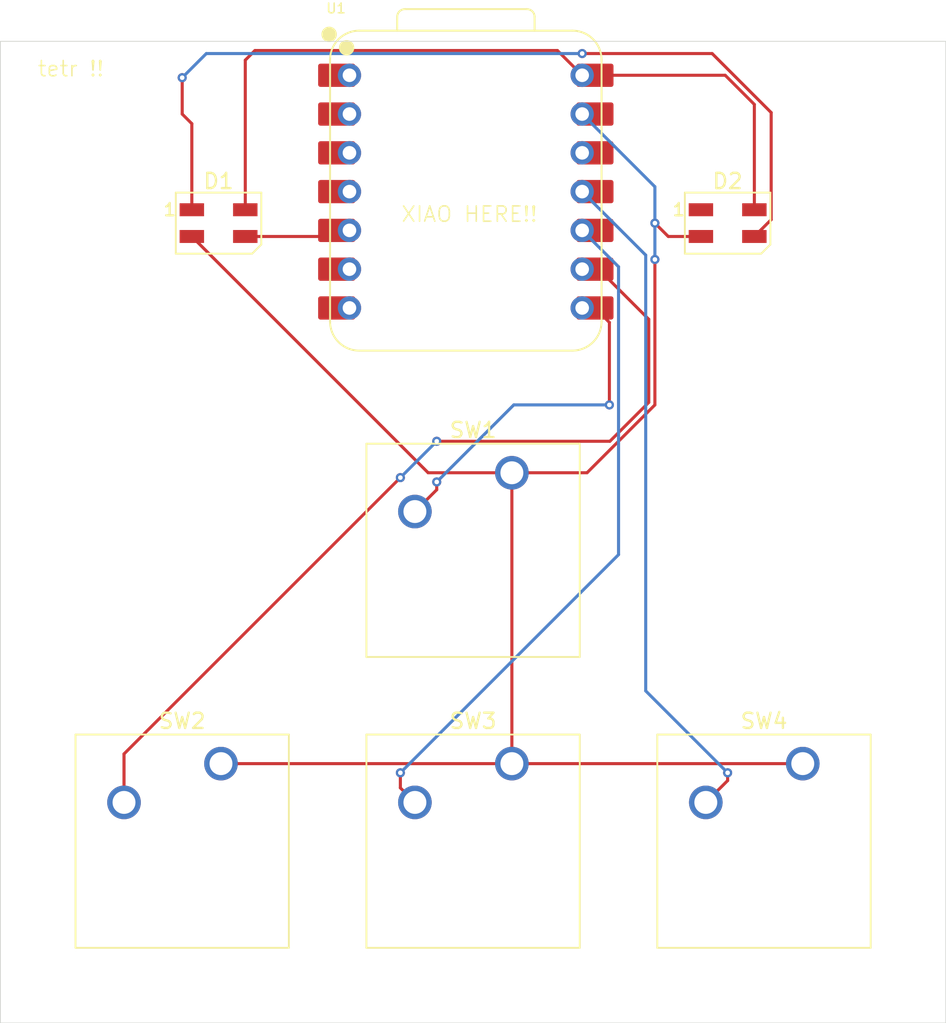
<source format=kicad_pcb>
(kicad_pcb (version 20241229) (generator "pcbnew") (generator_version "9.0")
  (layers (0 "F.Cu" signal) (2 "B.Cu" signal) (13 "F.Paste" user) (15 "B.Paste" user) (5 "F.SilkS" user "F.Silkscreen") (7 "B.SilkS" user "B.Silkscreen") (1 "F.Mask" user) (3 "B.Mask" user) (25 "Edge.Cuts" user))
  (net 0 "")
  (net 1 "Net-(D1-DOUT)")
  (net 2 "Net-(D1-DIN)")
  (net 3 "+5V")
  (net 5 "GND")
  (net 6 "Net-(U1-GPIO1{slash}RX)")
  (net 7 "Net-(U1-GPIO2{slash}SCK)")
  (net 8 "Net-(U1-GPIO4{slash}MISO)")
  (net 9 "Net-(U1-GPIO3{slash}MOSI)")
  (footprint "Button_Switch_Keyboard:SW_Cherry_MX_1.00u_PCB" (layer "F.Cu") (at 152.55875 92.55125)
    (property "Reference" "SW1" (at -2.54 -2.794 0) (layer "F.SilkS"))
    (property "Value" "SW_Push")
    (fp_line (start -9.525 -1.905) (end 4.445 -1.905) (stroke (width 0.12)) (layer "F.SilkS"))
    (fp_line (start -9.525 12.065) (end -9.525 -1.905) (stroke (width 0.12)) (layer "F.SilkS"))
    (fp_line (start 4.445 -1.905) (end 4.445 12.065) (stroke (width 0.12)) (layer "F.SilkS"))
    (fp_line (start 4.445 12.065) (end -9.525 12.065) (stroke (width 0.12)) (layer "F.SilkS"))
    (pad "" np_thru_hole circle (at -7.62 5.08) (size 1.7 1.7) (drill 1.7) (layers "*.Cu" "*.Mask"))
    (pad "" np_thru_hole circle (at -2.54 5.08) (size 4 4) (drill 4) (layers "*.Cu" "*.Mask"))
    (pad "" np_thru_hole circle (at 2.54 5.08) (size 1.7 1.7) (drill 1.7) (layers "*.Cu" "*.Mask"))
    (pad "1" thru_hole circle (at 0 0) (size 2.2 2.2) (drill 1.5) (layers "*.Cu" "*.Mask") (net 5 "GND"))
    (pad "2" thru_hole circle (at -6.35 2.54) (size 2.2 2.2) (drill 1.5) (layers "*.Cu" "*.Mask") (net 6 "Net-(U1-GPIO1{slash}RX)"))
  )
  (footprint "OPL:XIAO-RP2040-DIP" (layer "F.Cu") (at 149.5425 74.13625)
    (property "Reference" "U1" (at -8.5 -12 0) (layer "F.SilkS") (effects (font (size 0.635 0.635) (thickness 0.1016))))
    (property "Value" "XIAO-RP2040-DIP")
    (fp_line (start -8.89 8.509) (end -8.89 -8.636) (stroke (width 0.127)) (layer "F.SilkS"))
    (fp_line (start -6.985 10.414) (end 6.985 10.414) (stroke (width 0.127)) (layer "F.SilkS"))
    (fp_line (start -4.495 -10.541) (end -4.491272 -11.451272) (stroke (width 0.127)) (layer "F.SilkS"))
    (fp_line (start -3.991272 -11.951) (end 4.004 -11.951) (stroke (width 0.127)) (layer "F.SilkS"))
    (fp_line (start 4.504 -11.451) (end 4.504 -10.541) (stroke (width 0.127)) (layer "F.SilkS"))
    (fp_line (start 6.985 -10.541) (end -6.985 -10.541) (stroke (width 0.1)) (layer "F.SilkS"))
    (fp_line (start 6.985 -10.541) (end -6.985 -10.541) (stroke (width 0.127)) (layer "F.SilkS"))
    (fp_line (start 8.89 8.509) (end 8.89 -8.636) (stroke (width 0.127)) (layer "F.SilkS"))
    (fp_arc (start -8.89 -8.636) (mid -8.332038 -9.983038) (end -6.985 -10.541) (stroke (width 0.127)) (layer "F.SilkS"))
    (fp_arc (start -6.985 10.414) (mid -8.332038 9.856038) (end -8.89 8.509) (stroke (width 0.127)) (layer "F.SilkS"))
    (fp_arc (start -4.491272 -11.451272) (mid -4.344728 -11.80464) (end -3.991272 -11.951) (stroke (width 0.127)) (layer "F.SilkS"))
    (fp_arc (start 4.004 -11.951) (mid 4.357553 -11.804553) (end 4.504 -11.451) (stroke (width 0.127)) (layer "F.SilkS"))
    (fp_arc (start 6.985 -10.541) (mid 8.332038 -9.983038) (end 8.89 -8.636) (stroke (width 0.127)) (layer "F.SilkS"))
    (fp_arc (start 8.89 8.509) (mid 8.332038 9.856038) (end 6.985 10.414) (stroke (width 0.127)) (layer "F.SilkS"))
    (fp_circle (center -8.95 -10.3) (end -8.95 -10.554) (stroke (width 0.5)) (fill yes) (layer "F.SilkS"))
    (fp_circle (center -7.807 -9.42) (end -7.807 -9.674) (stroke (width 0.5)) (fill yes) (layer "F.SilkS"))
    (pad "1" smd roundrect (at -8.455 -7.62 180) (size 2.432 1.524) (layers "F.Cu" "F.Mask") (roundrect_rratio 0.1))
    (pad "1" thru_hole circle (at -7.62 -7.62 180) (size 1.524 1.524) (drill 0.889) (layers "*.Cu" "*.Mask"))
    (pad "2" smd roundrect (at -8.455 -5.08 180) (size 2.432 1.524) (layers "F.Cu" "F.Mask") (roundrect_rratio 0.1))
    (pad "2" thru_hole circle (at -7.62 -5.08 180) (size 1.524 1.524) (drill 0.889) (layers "*.Cu" "*.Mask"))
    (pad "3" smd roundrect (at -8.455 -2.54 180) (size 2.432 1.524) (layers "F.Cu" "F.Mask") (roundrect_rratio 0.1))
    (pad "3" thru_hole circle (at -7.62 -2.54 180) (size 1.524 1.524) (drill 0.889) (layers "*.Cu" "*.Mask"))
    (pad "4" smd roundrect (at -8.455 0 180) (size 2.432 1.524) (layers "F.Cu" "F.Mask") (roundrect_rratio 0.1))
    (pad "4" thru_hole circle (at -7.62 0 180) (size 1.524 1.524) (drill 0.889) (layers "*.Cu" "*.Mask"))
    (pad "5" smd roundrect (at -8.455 2.54 180) (size 2.432 1.524) (layers "F.Cu" "F.Mask") (roundrect_rratio 0.1) (net 2 "Net-(D1-DIN)"))
    (pad "5" thru_hole circle (at -7.62 2.54 180) (size 1.524 1.524) (drill 0.889) (layers "*.Cu" "*.Mask") (net 2 "Net-(D1-DIN)"))
    (pad "6" smd roundrect (at -8.455 5.08 180) (size 2.432 1.524) (layers "F.Cu" "F.Mask") (roundrect_rratio 0.1))
    (pad "6" thru_hole circle (at -7.62 5.08 180) (size 1.524 1.524) (drill 0.889) (layers "*.Cu" "*.Mask"))
    (pad "7" smd roundrect (at -8.455 7.62 180) (size 2.432 1.524) (layers "F.Cu" "F.Mask") (roundrect_rratio 0.1))
    (pad "7" thru_hole circle (at -7.62 7.62 180) (size 1.524 1.524) (drill 0.889) (layers "*.Cu" "*.Mask"))
    (pad "8" thru_hole circle (at 7.62 7.62) (size 1.524 1.524) (drill 0.889) (layers "*.Cu" "*.Mask") (net 6 "Net-(U1-GPIO1{slash}RX)"))
    (pad "8" smd roundrect (at 8.455 7.62) (size 2.432 1.524) (layers "F.Cu" "F.Mask") (roundrect_rratio 0.1) (net 6 "Net-(U1-GPIO1{slash}RX)"))
    (pad "9" thru_hole circle (at 7.62 5.08) (size 1.524 1.524) (drill 0.889) (layers "*.Cu" "*.Mask") (net 7 "Net-(U1-GPIO2{slash}SCK)"))
    (pad "9" smd roundrect (at 8.455 5.08) (size 2.432 1.524) (layers "F.Cu" "F.Mask") (roundrect_rratio 0.1) (net 7 "Net-(U1-GPIO2{slash}SCK)"))
    (pad "10" thru_hole circle (at 7.62 2.54) (size 1.524 1.524) (drill 0.889) (layers "*.Cu" "*.Mask") (net 8 "Net-(U1-GPIO4{slash}MISO)"))
    (pad "10" smd roundrect (at 8.455 2.54) (size 2.432 1.524) (layers "F.Cu" "F.Mask") (roundrect_rratio 0.1) (net 8 "Net-(U1-GPIO4{slash}MISO)"))
    (pad "11" thru_hole circle (at 7.62 0) (size 1.524 1.524) (drill 0.889) (layers "*.Cu" "*.Mask") (net 9 "Net-(U1-GPIO3{slash}MOSI)"))
    (pad "11" smd roundrect (at 8.455 0) (size 2.432 1.524) (layers "F.Cu" "F.Mask") (roundrect_rratio 0.1) (net 9 "Net-(U1-GPIO3{slash}MOSI)"))
    (pad "12" thru_hole circle (at 7.62 -2.54) (size 1.524 1.524) (drill 0.889) (layers "*.Cu" "*.Mask"))
    (pad "12" smd roundrect (at 8.455 -2.54) (size 2.432 1.524) (layers "F.Cu" "F.Mask") (roundrect_rratio 0.1))
    (pad "13" thru_hole circle (at 7.62 -5.08) (size 1.524 1.524) (drill 0.889) (layers "*.Cu" "*.Mask") (net 5 "GND"))
    (pad "13" smd roundrect (at 8.455 -5.08) (size 2.432 1.524) (layers "F.Cu" "F.Mask") (roundrect_rratio 0.1) (net 5 "GND"))
    (pad "14" thru_hole circle (at 7.62 -7.62) (size 1.524 1.524) (drill 0.889) (layers "*.Cu" "*.Mask") (net 3 "+5V"))
    (pad "14" smd roundrect (at 8.455 -7.62) (size 2.432 1.524) (layers "F.Cu" "F.Mask") (roundrect_rratio 0.1) (net 3 "+5V"))
  )
  (footprint "Button_Switch_Keyboard:SW_Cherry_MX_1.00u_PCB" (layer "F.Cu") (at 133.50875 111.60125)
    (property "Reference" "SW2" (at -2.54 -2.794 0) (layer "F.SilkS"))
    (property "Value" "SW_Push")
    (fp_line (start -9.525 -1.905) (end 4.445 -1.905) (stroke (width 0.12)) (layer "F.SilkS"))
    (fp_line (start -9.525 12.065) (end -9.525 -1.905) (stroke (width 0.12)) (layer "F.SilkS"))
    (fp_line (start 4.445 -1.905) (end 4.445 12.065) (stroke (width 0.12)) (layer "F.SilkS"))
    (fp_line (start 4.445 12.065) (end -9.525 12.065) (stroke (width 0.12)) (layer "F.SilkS"))
    (pad "" np_thru_hole circle (at -7.62 5.08) (size 1.7 1.7) (drill 1.7) (layers "*.Cu" "*.Mask"))
    (pad "" np_thru_hole circle (at -2.54 5.08) (size 4 4) (drill 4) (layers "*.Cu" "*.Mask"))
    (pad "" np_thru_hole circle (at 2.54 5.08) (size 1.7 1.7) (drill 1.7) (layers "*.Cu" "*.Mask"))
    (pad "1" thru_hole circle (at 0 0) (size 2.2 2.2) (drill 1.5) (layers "*.Cu" "*.Mask") (net 5 "GND"))
    (pad "2" thru_hole circle (at -6.35 2.54) (size 2.2 2.2) (drill 1.5) (layers "*.Cu" "*.Mask") (net 7 "Net-(U1-GPIO2{slash}SCK)"))
  )
  (footprint "Button_Switch_Keyboard:SW_Cherry_MX_1.00u_PCB" (layer "F.Cu") (at 152.55875 111.60125)
    (property "Reference" "SW3" (at -2.54 -2.794 0) (layer "F.SilkS"))
    (property "Value" "SW_Push")
    (fp_line (start -9.525 -1.905) (end 4.445 -1.905) (stroke (width 0.12)) (layer "F.SilkS"))
    (fp_line (start -9.525 12.065) (end -9.525 -1.905) (stroke (width 0.12)) (layer "F.SilkS"))
    (fp_line (start 4.445 -1.905) (end 4.445 12.065) (stroke (width 0.12)) (layer "F.SilkS"))
    (fp_line (start 4.445 12.065) (end -9.525 12.065) (stroke (width 0.12)) (layer "F.SilkS"))
    (pad "" np_thru_hole circle (at -7.62 5.08) (size 1.7 1.7) (drill 1.7) (layers "*.Cu" "*.Mask"))
    (pad "" np_thru_hole circle (at -2.54 5.08) (size 4 4) (drill 4) (layers "*.Cu" "*.Mask"))
    (pad "" np_thru_hole circle (at 2.54 5.08) (size 1.7 1.7) (drill 1.7) (layers "*.Cu" "*.Mask"))
    (pad "1" thru_hole circle (at 0 0) (size 2.2 2.2) (drill 1.5) (layers "*.Cu" "*.Mask") (net 5 "GND"))
    (pad "2" thru_hole circle (at -6.35 2.54) (size 2.2 2.2) (drill 1.5) (layers "*.Cu" "*.Mask") (net 8 "Net-(U1-GPIO4{slash}MISO)"))
  )
  (footprint "Button_Switch_Keyboard:SW_Cherry_MX_1.00u_PCB" (layer "F.Cu") (at 171.60875 111.60125)
    (property "Reference" "SW4" (at -2.54 -2.794 0) (layer "F.SilkS"))
    (property "Value" "SW_Push")
    (fp_line (start -9.525 -1.905) (end 4.445 -1.905) (stroke (width 0.12)) (layer "F.SilkS"))
    (fp_line (start -9.525 12.065) (end -9.525 -1.905) (stroke (width 0.12)) (layer "F.SilkS"))
    (fp_line (start 4.445 -1.905) (end 4.445 12.065) (stroke (width 0.12)) (layer "F.SilkS"))
    (fp_line (start 4.445 12.065) (end -9.525 12.065) (stroke (width 0.12)) (layer "F.SilkS"))
    (pad "" np_thru_hole circle (at -7.62 5.08) (size 1.7 1.7) (drill 1.7) (layers "*.Cu" "*.Mask"))
    (pad "" np_thru_hole circle (at -2.54 5.08) (size 4 4) (drill 4) (layers "*.Cu" "*.Mask"))
    (pad "" np_thru_hole circle (at 2.54 5.08) (size 1.7 1.7) (drill 1.7) (layers "*.Cu" "*.Mask"))
    (pad "1" thru_hole circle (at 0 0) (size 2.2 2.2) (drill 1.5) (layers "*.Cu" "*.Mask") (net 5 "GND"))
    (pad "2" thru_hole circle (at -6.35 2.54) (size 2.2 2.2) (drill 1.5) (layers "*.Cu" "*.Mask") (net 9 "Net-(U1-GPIO3{slash}MOSI)"))
  )
  (footprint "LED_SMD:LED_SK6812MINI_PLCC4_3.5x3.5mm_P1.75mm" (layer "F.Cu") (at 166.6875 76.2)
    (property "Reference" "D2" (at 0 -2.75 0) (layer "F.SilkS"))
    (property "Value" "SK6812MINI")
    (fp_line (start -2.8 -2) (end -2.8 2) (stroke (width 0.12)) (layer "F.SilkS"))
    (fp_line (start -2.8 -2) (end 2.8 -2) (stroke (width 0.12)) (layer "F.SilkS"))
    (fp_line (start -2.8 2) (end 2.2 2) (stroke (width 0.12)) (layer "F.SilkS"))
    (fp_line (start 2.8 1.4) (end 2.2 2) (stroke (width 0.12)) (layer "F.SilkS"))
    (fp_line (start 2.8 1.4) (end 2.8 -2) (stroke (width 0.12)) (layer "F.SilkS"))
    (fp_text user "1" (at -3.2 -0.875 0) (layer "F.SilkS") (effects (font (size 0.8 0.8))))
    (pad "1" smd rect (at -1.75 -0.875) (size 1.6 0.85) (layers "F.Cu" "F.Mask" "F.Paste"))
    (pad "2" smd rect (at -1.75 0.875) (size 1.6 0.85) (layers "F.Cu" "F.Mask" "F.Paste") (net 5 "GND"))
    (pad "3" smd rect (at 1.75 0.875) (size 1.6 0.85) (layers "F.Cu" "F.Mask" "F.Paste") (net 1 "Net-(D1-DOUT)"))
    (pad "4" smd rect (at 1.75 -0.875) (size 1.6 0.85) (layers "F.Cu" "F.Mask" "F.Paste") (net 3 "+5V"))
  )
  (footprint "LED_SMD:LED_SK6812MINI_PLCC4_3.5x3.5mm_P1.75mm" (layer "F.Cu") (at 133.35 76.2)
    (property "Reference" "D1" (at 0 -2.75 0) (layer "F.SilkS"))
    (property "Value" "SK6812MINI")
    (fp_line (start -2.8 -2) (end -2.8 2) (stroke (width 0.12)) (layer "F.SilkS"))
    (fp_line (start -2.8 -2) (end 2.8 -2) (stroke (width 0.12)) (layer "F.SilkS"))
    (fp_line (start -2.8 2) (end 2.2 2) (stroke (width 0.12)) (layer "F.SilkS"))
    (fp_line (start 2.8 1.4) (end 2.2 2) (stroke (width 0.12)) (layer "F.SilkS"))
    (fp_line (start 2.8 1.4) (end 2.8 -2) (stroke (width 0.12)) (layer "F.SilkS"))
    (fp_text user "1" (at -3.2 -0.875 0) (layer "F.SilkS") (effects (font (size 0.8 0.8))))
    (pad "1" smd rect (at -1.75 -0.875) (size 1.6 0.85) (layers "F.Cu" "F.Mask" "F.Paste") (net 1 "Net-(D1-DOUT)"))
    (pad "2" smd rect (at -1.75 0.875) (size 1.6 0.85) (layers "F.Cu" "F.Mask" "F.Paste") (net 5 "GND"))
    (pad "3" smd rect (at 1.75 0.875) (size 1.6 0.85) (layers "F.Cu" "F.Mask" "F.Paste") (net 2 "Net-(D1-DIN)"))
    (pad "4" smd rect (at 1.75 -0.875) (size 1.6 0.85) (layers "F.Cu" "F.Mask" "F.Paste") (net 3 "+5V"))
  )
  (gr_rect (start 119.0625 64.29375) (end 180.975 128.5875) (stroke (width 0.05)) (fill no) (layer "Edge.Cuts"))
  (gr_text "XIAO HERE!!" (at 145.25625 76.2 0) (layer "F.SilkS") (effects (font (size 1 1) (thickness 0.1)) (justify left bottom)))
  (gr_text "tetr !!" (at 121.44375 66.675 0) (layer "F.SilkS") (effects (font (size 1 1) (thickness 0.1)) (justify left bottom)))
  (segment (start 130.96875 66.675) (end 130.96875 69.05625) (width 0.2) (layer "F.Cu") (net 1))
  (segment (start 165.67335 65.09375) (end 157.1625 65.09375) (width 0.2) (layer "F.Cu") (net 1))
  (segment (start 165.67335 65.09375) (end 169.5385 68.9589) (width 0.2) (layer "F.Cu") (net 1))
  (segment (start 169.5385 68.9589) (end 169.5385 75.974) (width 0.2) (layer "F.Cu") (net 1))
  (segment (start 130.96875 69.05625) (end 131.6 69.6875) (width 0.2) (layer "F.Cu") (net 1))
  (segment (start 131.6 69.6875) (end 131.6 75.325) (width 0.2) (layer "F.Cu") (net 1))
  (segment (start 169.5385 75.974) (end 168.4375 77.075) (width 0.2) (layer "F.Cu") (net 1))
  (via (at 157.1625 65.09375) (size 0.6) (drill 0.3) (layers "F.Cu" "B.Cu") (net 1))
  (via (at 130.96875 66.675) (size 0.6) (drill 0.3) (layers "F.Cu" "B.Cu") (net 1))
  (segment (start 132.55 65.09375) (end 130.96875 66.675) (width 0.2) (layer "B.Cu") (net 1))
  (segment (start 157.1625 65.09375) (end 132.55 65.09375) (width 0.2) (layer "B.Cu") (net 1))
  (segment (start 141.52375 77.075) (end 141.9225 76.67625) (width 0.2) (layer "F.Cu") (net 2))
  (segment (start 135.1 77.075) (end 141.52375 77.075) (width 0.2) (layer "F.Cu") (net 2))
  (segment (start 168.4375 68.425) (end 166.52875 66.51625) (width 0.2) (layer "F.Cu") (net 3))
  (segment (start 155.541 64.89475) (end 135.73125 64.89475) (width 0.2) (layer "F.Cu") (net 3))
  (segment (start 166.52875 66.51625) (end 157.1625 66.51625) (width 0.2) (layer "F.Cu") (net 3))
  (segment (start 168.4375 75.325) (end 168.4375 68.425) (width 0.2) (layer "F.Cu") (net 3))
  (segment (start 135.73125 64.89475) (end 135.1 65.526) (width 0.2) (layer "F.Cu") (net 3))
  (segment (start 135.1 65.526) (end 135.1 75.325) (width 0.2) (layer "F.Cu") (net 3))
  (segment (start 157.1625 66.51625) (end 155.541 64.89475) (width 0.2) (layer "F.Cu") (net 3))
  (segment (start 152.55875 92.55125) (end 157.48 92.55125) (width 0.2) (layer "F.Cu") (net 5))
  (segment (start 147.07625 92.55125) (end 131.6 77.075) (width 0.2) (layer "F.Cu") (net 5))
  (segment (start 152.55875 92.55125) (end 147.07625 92.55125) (width 0.2) (layer "F.Cu") (net 5))
  (segment (start 133.50875 111.60125) (end 171.60875 111.60125) (width 0.2) (layer "F.Cu") (net 5))
  (segment (start 157.48 92.55125) (end 161.925 88.10625) (width 0.2) (layer "F.Cu") (net 5))
  (segment (start 162.8 77.075) (end 161.925 76.2) (width 0.2) (layer "F.Cu") (net 5))
  (segment (start 161.925 88.10625) (end 161.925 78.58125) (width 0.2) (layer "F.Cu") (net 5))
  (segment (start 152.55875 92.55125) (end 152.55875 111.60125) (width 0.2) (layer "F.Cu") (net 5))
  (segment (start 164.9375 77.075) (end 162.8 77.075) (width 0.2) (layer "F.Cu") (net 5))
  (via (at 161.925 76.2) (size 0.6) (drill 0.3) (layers "F.Cu" "B.Cu") (net 5))
  (via (at 161.925 78.58125) (size 0.6) (drill 0.3) (layers "F.Cu" "B.Cu") (net 5))
  (segment (start 161.925 73.81875) (end 157.1625 69.05625) (width 0.2) (layer "B.Cu") (net 5))
  (segment (start 161.925 76.2) (end 161.925 73.81875) (width 0.2) (layer "B.Cu") (net 5))
  (segment (start 161.925 78.58125) (end 161.925 76.2) (width 0.2) (layer "B.Cu") (net 5))
  (segment (start 146.20875 95.09125) (end 147.6375 93.6625) (width 0.2) (layer "F.Cu") (net 6))
  (segment (start 147.6375 93.6625) (end 147.6375 93.15125) (width 0.2) (layer "F.Cu") (net 6))
  (segment (start 158.94375 82.7025) (end 157.9975 81.75625) (width 0.2) (layer "F.Cu") (net 6))
  (segment (start 158.94375 88.10625) (end 158.94375 82.7025) (width 0.2) (layer "F.Cu") (net 6))
  (via (at 158.94375 88.10625) (size 0.6) (drill 0.3) (layers "F.Cu" "B.Cu") (net 6))
  (via (at 147.6375 93.15125) (size 0.6) (drill 0.3) (layers "F.Cu" "B.Cu") (net 6))
  (segment (start 147.6375 93.15125) (end 152.6825 88.10625) (width 0.2) (layer "B.Cu") (net 6))
  (segment (start 152.6825 88.10625) (end 158.94375 88.10625) (width 0.2) (layer "B.Cu") (net 6))
  (segment (start 147.6375 90.4875) (end 158.97665 90.4875) (width 0.2) (layer "F.Cu") (net 7))
  (segment (start 161.524 82.50012) (end 158.24013 79.21625) (width 0.2) (layer "F.Cu") (net 7))
  (segment (start 158.24013 79.21625) (end 157.1625 79.21625) (width 0.2) (layer "F.Cu") (net 7))
  (segment (start 161.524 87.94015) (end 161.524 82.50012) (width 0.2) (layer "F.Cu") (net 7))
  (segment (start 158.97665 90.4875) (end 161.524 87.94015) (width 0.2) (layer "F.Cu") (net 7))
  (segment (start 127.15875 110.96625) (end 145.25625 92.86875) (width 0.2) (layer "F.Cu") (net 7))
  (segment (start 127.15875 114.14125) (end 127.15875 110.96625) (width 0.2) (layer "F.Cu") (net 7))
  (via (at 145.25625 92.86875) (size 0.6) (drill 0.3) (layers "F.Cu" "B.Cu") (net 7))
  (via (at 147.6375 90.4875) (size 0.6) (drill 0.3) (layers "F.Cu" "B.Cu") (net 7))
  (segment (start 145.25625 92.86875) (end 147.6375 90.4875) (width 0.2) (layer "B.Cu") (net 7))
  (segment (start 145.25625 113.18875) (end 145.25625 112.20125) (width 0.2) (layer "F.Cu") (net 8))
  (segment (start 146.20875 114.14125) (end 145.25625 113.18875) (width 0.2) (layer "F.Cu") (net 8))
  (via (at 145.25625 112.20125) (size 0.6) (drill 0.3) (layers "F.Cu" "B.Cu") (net 8))
  (segment (start 159.54375 97.91375) (end 159.54375 79.0575) (width 0.2) (layer "B.Cu") (net 8))
  (segment (start 145.25625 112.20125) (end 159.54375 97.91375) (width 0.2) (layer "B.Cu") (net 8))
  (segment (start 159.54375 79.0575) (end 157.1625 76.67625) (width 0.2) (layer "B.Cu") (net 8))
  (segment (start 166.6875 112.7125) (end 166.6875 112.20125) (width 0.2) (layer "F.Cu") (net 9))
  (segment (start 165.25875 114.14125) (end 166.6875 112.7125) (width 0.2) (layer "F.Cu") (net 9))
  (via (at 166.6875 112.20125) (size 0.6) (drill 0.3) (layers "F.Cu" "B.Cu") (net 9))
  (segment (start 166.6875 112.20125) (end 161.324 106.83775) (width 0.2) (layer "B.Cu") (net 9))
  (segment (start 161.324 78.29775) (end 157.1625 74.13625) (width 0.2) (layer "B.Cu") (net 9))
  (segment (start 161.324 106.83775) (end 161.324 78.29775) (width 0.2) (layer "B.Cu") (net 9))
)
</source>
